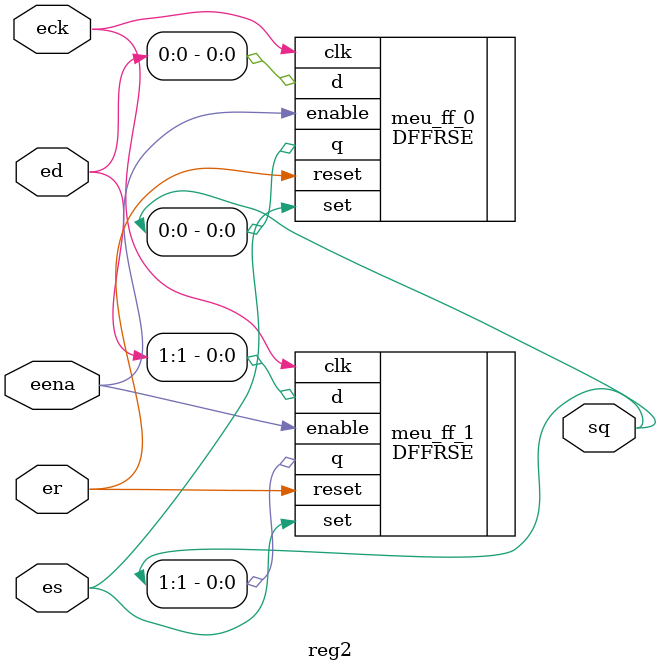
<source format=v>
module reg2 (
input	[1:0] ed,
input	eck,
input	er,
input	es,
input   eena,
output  [1:0] sq);


    DFFRSE meu_ff_0		(	.q(sq[0]), 
							.d(ed[0]), 
							.clk(eck), 
							.reset(er), 
							.set(es), 
							.enable(eena));
    
    DFFRSE meu_ff_1		(	.q(sq[1]), 
							.d(ed[1]), 
							.clk(eck), 
							.reset(er), 
							.set(es), 
							.enable(eena));
							
							

endmodule


</source>
